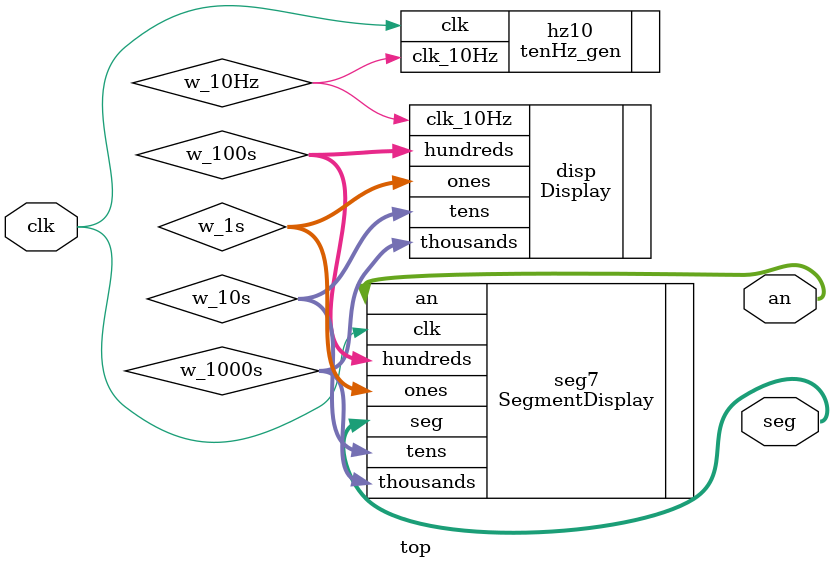
<source format=v>
`timescale 1ns / 1ps

module top(
    input clk,       // from Basys 3
    output [0:6] seg,       // 7 segment display segment pattern
    output [3:0] an      // 7 segment display anodes
    );
    
    // Internal wires for connecting inner modules
    wire w_10Hz;
    wire [4:0] w_1s, w_10s, w_100s, w_1000s;
    
    
    
    // Instantiate inner design modules
    tenHz_gen hz10(.clk(clk), .clk_10Hz(w_10Hz));
    
    Display disp(.clk_10Hz(w_10Hz), .ones(w_1s),.tens(w_10s),
                 .hundreds(w_100s), .thousands(w_1000s));
    
    SegmentDisplay seg7(.clk(clk),  .ones(w_1s), .tens(w_10s),
                      .hundreds(w_100s), .thousands(w_1000s), .seg(seg), .an(an));
                      
                      
                      
  
endmodule
</source>
